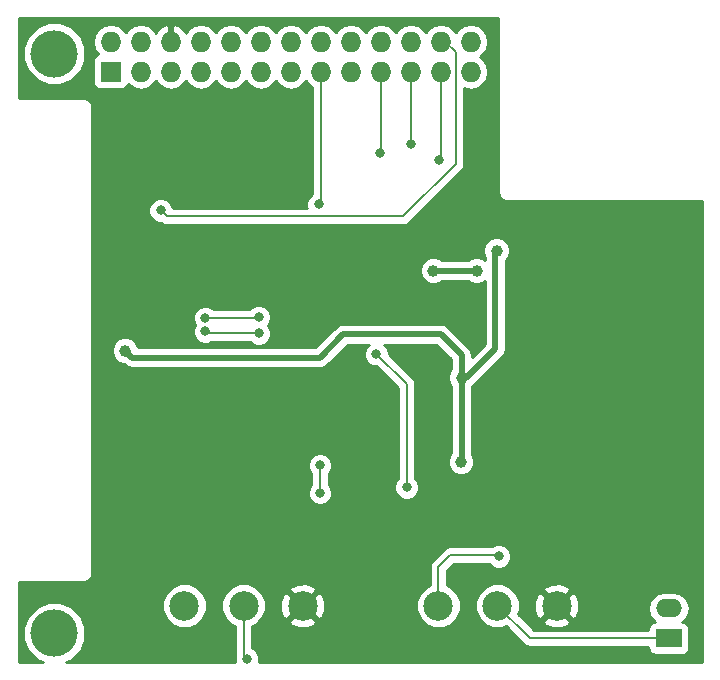
<source format=gbl>
G04 #@! TF.FileFunction,Copper,L2,Bot,Signal*
%FSLAX46Y46*%
G04 Gerber Fmt 4.6, Leading zero omitted, Abs format (unit mm)*
G04 Created by KiCad (PCBNEW 4.0.7) date 10/10/18 21:00:25*
%MOMM*%
%LPD*%
G01*
G04 APERTURE LIST*
%ADD10C,0.150000*%
%ADD11R,1.727200X1.727200*%
%ADD12O,1.727200X1.727200*%
%ADD13C,2.500000*%
%ADD14R,2.199640X1.524000*%
%ADD15O,2.199640X1.524000*%
%ADD16C,4.000000*%
%ADD17C,4.000500*%
%ADD18C,1.000000*%
%ADD19C,0.800000*%
%ADD20C,0.500000*%
%ADD21C,0.200000*%
%ADD22C,0.254000*%
G04 APERTURE END LIST*
D10*
D11*
X145755360Y-130279140D03*
D12*
X145755360Y-127739140D03*
X148295360Y-130279140D03*
X148295360Y-127739140D03*
X150835360Y-130279140D03*
X150835360Y-127739140D03*
X153375360Y-130279140D03*
X153375360Y-127739140D03*
X155915360Y-130279140D03*
X155915360Y-127739140D03*
X158455360Y-130279140D03*
X158455360Y-127739140D03*
X160995360Y-130279140D03*
X160995360Y-127739140D03*
X163535360Y-130279140D03*
X163535360Y-127739140D03*
X166075360Y-130279140D03*
X166075360Y-127739140D03*
X168615360Y-130279140D03*
X168615360Y-127739140D03*
X171155360Y-130279140D03*
X171155360Y-127739140D03*
X173695360Y-130279140D03*
X173695360Y-127739140D03*
X176235360Y-130279140D03*
X176235360Y-127739140D03*
D13*
X162000000Y-175500000D03*
X152000000Y-175500000D03*
X157000000Y-175500000D03*
X183500000Y-175500000D03*
X173500000Y-175500000D03*
X178500000Y-175500000D03*
D14*
X193000000Y-178270000D03*
D15*
X193000000Y-175730000D03*
D16*
X140975000Y-128750000D03*
D17*
X140975000Y-177850000D03*
D18*
X178425000Y-145450000D03*
X146964400Y-153898600D03*
X175463200Y-156184600D03*
X175412400Y-163322000D03*
X173050000Y-147125000D03*
X176750000Y-147125000D03*
D19*
X163347400Y-141528800D03*
X170815000Y-165481000D03*
X168249600Y-154203400D03*
X158292800Y-152450800D03*
X153771600Y-152273000D03*
X168579800Y-137160000D03*
X171145200Y-136448800D03*
X173558200Y-137744200D03*
X149987000Y-142036800D03*
X178612800Y-171323000D03*
X157276800Y-179984400D03*
X163474400Y-165963600D03*
X163474400Y-163601400D03*
X153746200Y-151130000D03*
X158292800Y-151053800D03*
D20*
X175463200Y-156184600D02*
X175865400Y-156184600D01*
X178325000Y-145550000D02*
X178425000Y-145450000D01*
X178325000Y-153725000D02*
X178325000Y-145550000D01*
X175865400Y-156184600D02*
X178325000Y-153725000D01*
X175463200Y-154279600D02*
X175463200Y-156184600D01*
X173685200Y-152501600D02*
X175463200Y-154279600D01*
X165455600Y-152501600D02*
X173685200Y-152501600D01*
X163449000Y-154508200D02*
X165455600Y-152501600D01*
X147574000Y-154508200D02*
X163449000Y-154508200D01*
X146964400Y-153898600D02*
X147574000Y-154508200D01*
X175463200Y-163271200D02*
X175463200Y-156184600D01*
X175412400Y-163322000D02*
X175463200Y-163271200D01*
X176750000Y-147125000D02*
X173050000Y-147125000D01*
D21*
X163535360Y-141340840D02*
X163535360Y-130279140D01*
X163347400Y-141528800D02*
X163535360Y-141340840D01*
X170815000Y-156768800D02*
X170815000Y-165481000D01*
X168249600Y-154203400D02*
X170815000Y-156768800D01*
X153949400Y-152450800D02*
X158292800Y-152450800D01*
X153771600Y-152273000D02*
X153949400Y-152450800D01*
X168579800Y-137160000D02*
X168615360Y-137124440D01*
X168615360Y-137124440D02*
X168615360Y-130279140D01*
X171155360Y-136438640D02*
X171155360Y-130279140D01*
X171145200Y-136448800D02*
X171155360Y-136438640D01*
X173558200Y-137744200D02*
X173695360Y-137607040D01*
X173695360Y-137607040D02*
X173695360Y-130279140D01*
X173695360Y-127739140D02*
X174094140Y-127739140D01*
X174094140Y-127739140D02*
X174955200Y-128600200D01*
X174955200Y-128600200D02*
X174955200Y-138074400D01*
X174955200Y-138074400D02*
X170484800Y-142544800D01*
X170484800Y-142544800D02*
X150495000Y-142544800D01*
X150495000Y-142544800D02*
X149987000Y-142036800D01*
X173500000Y-172194000D02*
X173500000Y-175500000D01*
X174498000Y-171196000D02*
X173500000Y-172194000D01*
X178485800Y-171196000D02*
X174498000Y-171196000D01*
X178612800Y-171323000D02*
X178485800Y-171196000D01*
X193000000Y-178270000D02*
X181270000Y-178270000D01*
X181270000Y-178270000D02*
X178500000Y-175500000D01*
X157276800Y-179984400D02*
X157000000Y-179707600D01*
X157000000Y-179707600D02*
X157000000Y-175500000D01*
X163474400Y-163601400D02*
X163474400Y-165963600D01*
X158216600Y-151130000D02*
X153746200Y-151130000D01*
X158292800Y-151053800D02*
X158216600Y-151130000D01*
D22*
G36*
X178540000Y-140500000D02*
X178594046Y-140771705D01*
X178747954Y-141002046D01*
X178978295Y-141155954D01*
X179250000Y-141210000D01*
X195790000Y-141210000D01*
X195790000Y-180290000D01*
X158270585Y-180290000D01*
X158311620Y-180191177D01*
X158311979Y-179779429D01*
X158154742Y-179398885D01*
X157863846Y-179107481D01*
X157735000Y-179053980D01*
X157735000Y-177235877D01*
X158066372Y-177098957D01*
X158332472Y-176833320D01*
X160846285Y-176833320D01*
X160975533Y-177126123D01*
X161675806Y-177394388D01*
X162425435Y-177374250D01*
X163024467Y-177126123D01*
X163153715Y-176833320D01*
X162000000Y-175679605D01*
X160846285Y-176833320D01*
X158332472Y-176833320D01*
X158597093Y-176569161D01*
X158884672Y-175876595D01*
X158885283Y-175175806D01*
X160105612Y-175175806D01*
X160125750Y-175925435D01*
X160373877Y-176524467D01*
X160666680Y-176653715D01*
X161820395Y-175500000D01*
X162179605Y-175500000D01*
X163333320Y-176653715D01*
X163626123Y-176524467D01*
X163875574Y-175873305D01*
X171614674Y-175873305D01*
X171901043Y-176566372D01*
X172430839Y-177097093D01*
X173123405Y-177384672D01*
X173873305Y-177385326D01*
X174566372Y-177098957D01*
X175097093Y-176569161D01*
X175384672Y-175876595D01*
X175384674Y-175873305D01*
X176614674Y-175873305D01*
X176901043Y-176566372D01*
X177430839Y-177097093D01*
X178123405Y-177384672D01*
X178873305Y-177385326D01*
X179207707Y-177247154D01*
X180750277Y-178789724D01*
X180988728Y-178949051D01*
X181270000Y-179005000D01*
X191252740Y-179005000D01*
X191252740Y-179032000D01*
X191297018Y-179267317D01*
X191436090Y-179483441D01*
X191648290Y-179628431D01*
X191900180Y-179679440D01*
X194099820Y-179679440D01*
X194335137Y-179635162D01*
X194551261Y-179496090D01*
X194696251Y-179283890D01*
X194747260Y-179032000D01*
X194747260Y-177508000D01*
X194702982Y-177272683D01*
X194563910Y-177056559D01*
X194351710Y-176911569D01*
X194135276Y-176867740D01*
X194359635Y-176717828D01*
X194662467Y-176264609D01*
X194768807Y-175730000D01*
X194662467Y-175195391D01*
X194359635Y-174742172D01*
X193906416Y-174439340D01*
X193371807Y-174333000D01*
X192628193Y-174333000D01*
X192093584Y-174439340D01*
X191640365Y-174742172D01*
X191337533Y-175195391D01*
X191231193Y-175730000D01*
X191337533Y-176264609D01*
X191640365Y-176717828D01*
X191864130Y-176867343D01*
X191664863Y-176904838D01*
X191448739Y-177043910D01*
X191303749Y-177256110D01*
X191252740Y-177508000D01*
X191252740Y-177535000D01*
X181574447Y-177535000D01*
X180872767Y-176833320D01*
X182346285Y-176833320D01*
X182475533Y-177126123D01*
X183175806Y-177394388D01*
X183925435Y-177374250D01*
X184524467Y-177126123D01*
X184653715Y-176833320D01*
X183500000Y-175679605D01*
X182346285Y-176833320D01*
X180872767Y-176833320D01*
X180247174Y-176207727D01*
X180384672Y-175876595D01*
X180385283Y-175175806D01*
X181605612Y-175175806D01*
X181625750Y-175925435D01*
X181873877Y-176524467D01*
X182166680Y-176653715D01*
X183320395Y-175500000D01*
X183679605Y-175500000D01*
X184833320Y-176653715D01*
X185126123Y-176524467D01*
X185394388Y-175824194D01*
X185374250Y-175074565D01*
X185126123Y-174475533D01*
X184833320Y-174346285D01*
X183679605Y-175500000D01*
X183320395Y-175500000D01*
X182166680Y-174346285D01*
X181873877Y-174475533D01*
X181605612Y-175175806D01*
X180385283Y-175175806D01*
X180385326Y-175126695D01*
X180098957Y-174433628D01*
X179832475Y-174166680D01*
X182346285Y-174166680D01*
X183500000Y-175320395D01*
X184653715Y-174166680D01*
X184524467Y-173873877D01*
X183824194Y-173605612D01*
X183074565Y-173625750D01*
X182475533Y-173873877D01*
X182346285Y-174166680D01*
X179832475Y-174166680D01*
X179569161Y-173902907D01*
X178876595Y-173615328D01*
X178126695Y-173614674D01*
X177433628Y-173901043D01*
X176902907Y-174430839D01*
X176615328Y-175123405D01*
X176614674Y-175873305D01*
X175384674Y-175873305D01*
X175385326Y-175126695D01*
X175098957Y-174433628D01*
X174569161Y-173902907D01*
X174235000Y-173764151D01*
X174235000Y-172498446D01*
X174802447Y-171931000D01*
X177757304Y-171931000D01*
X178025754Y-172199919D01*
X178406023Y-172357820D01*
X178817771Y-172358179D01*
X179198315Y-172200942D01*
X179489719Y-171910046D01*
X179647620Y-171529777D01*
X179647979Y-171118029D01*
X179490742Y-170737485D01*
X179199846Y-170446081D01*
X178819577Y-170288180D01*
X178407829Y-170287821D01*
X178027285Y-170445058D01*
X178011315Y-170461000D01*
X174498000Y-170461000D01*
X174216728Y-170516949D01*
X173978276Y-170676277D01*
X172980277Y-171674277D01*
X172820949Y-171912728D01*
X172765000Y-172194000D01*
X172765000Y-173764123D01*
X172433628Y-173901043D01*
X171902907Y-174430839D01*
X171615328Y-175123405D01*
X171614674Y-175873305D01*
X163875574Y-175873305D01*
X163894388Y-175824194D01*
X163874250Y-175074565D01*
X163626123Y-174475533D01*
X163333320Y-174346285D01*
X162179605Y-175500000D01*
X161820395Y-175500000D01*
X160666680Y-174346285D01*
X160373877Y-174475533D01*
X160105612Y-175175806D01*
X158885283Y-175175806D01*
X158885326Y-175126695D01*
X158598957Y-174433628D01*
X158332475Y-174166680D01*
X160846285Y-174166680D01*
X162000000Y-175320395D01*
X163153715Y-174166680D01*
X163024467Y-173873877D01*
X162324194Y-173605612D01*
X161574565Y-173625750D01*
X160975533Y-173873877D01*
X160846285Y-174166680D01*
X158332475Y-174166680D01*
X158069161Y-173902907D01*
X157376595Y-173615328D01*
X156626695Y-173614674D01*
X155933628Y-173901043D01*
X155402907Y-174430839D01*
X155115328Y-175123405D01*
X155114674Y-175873305D01*
X155401043Y-176566372D01*
X155930839Y-177097093D01*
X156265000Y-177235849D01*
X156265000Y-179707600D01*
X156266961Y-179717461D01*
X156241980Y-179777623D01*
X156241621Y-180189371D01*
X156283200Y-180290000D01*
X141970531Y-180290000D01*
X142465799Y-180085359D01*
X143207754Y-179344698D01*
X143609792Y-178376483D01*
X143610707Y-177328116D01*
X143210359Y-176359201D01*
X142725311Y-175873305D01*
X150114674Y-175873305D01*
X150401043Y-176566372D01*
X150930839Y-177097093D01*
X151623405Y-177384672D01*
X152373305Y-177385326D01*
X153066372Y-177098957D01*
X153597093Y-176569161D01*
X153884672Y-175876595D01*
X153885326Y-175126695D01*
X153598957Y-174433628D01*
X153069161Y-173902907D01*
X152376595Y-173615328D01*
X151626695Y-173614674D01*
X150933628Y-173901043D01*
X150402907Y-174430839D01*
X150115328Y-175123405D01*
X150114674Y-175873305D01*
X142725311Y-175873305D01*
X142469698Y-175617246D01*
X141501483Y-175215208D01*
X140453116Y-175214293D01*
X139484201Y-175614641D01*
X138742246Y-176355302D01*
X138340208Y-177323517D01*
X138339293Y-178371884D01*
X138739641Y-179340799D01*
X139480302Y-180082754D01*
X139979406Y-180290000D01*
X137960000Y-180290000D01*
X137960000Y-173460000D01*
X143500000Y-173460000D01*
X143771705Y-173405954D01*
X144002046Y-173252046D01*
X144155954Y-173021705D01*
X144210000Y-172750000D01*
X144210000Y-163806371D01*
X162439221Y-163806371D01*
X162596458Y-164186915D01*
X162739400Y-164330107D01*
X162739400Y-165234882D01*
X162597481Y-165376554D01*
X162439580Y-165756823D01*
X162439221Y-166168571D01*
X162596458Y-166549115D01*
X162887354Y-166840519D01*
X163267623Y-166998420D01*
X163679371Y-166998779D01*
X164059915Y-166841542D01*
X164351319Y-166550646D01*
X164509220Y-166170377D01*
X164509579Y-165758629D01*
X164352342Y-165378085D01*
X164209400Y-165234893D01*
X164209400Y-164330118D01*
X164351319Y-164188446D01*
X164509220Y-163808177D01*
X164509579Y-163396429D01*
X164352342Y-163015885D01*
X164061446Y-162724481D01*
X163681177Y-162566580D01*
X163269429Y-162566221D01*
X162888885Y-162723458D01*
X162597481Y-163014354D01*
X162439580Y-163394623D01*
X162439221Y-163806371D01*
X144210000Y-163806371D01*
X144210000Y-154123375D01*
X145829203Y-154123375D01*
X146001633Y-154540686D01*
X146320635Y-154860245D01*
X146737644Y-155033403D01*
X146847720Y-155033499D01*
X146948208Y-155133987D01*
X146948210Y-155133990D01*
X147140054Y-155262175D01*
X147235326Y-155325834D01*
X147574000Y-155393201D01*
X147574005Y-155393200D01*
X163448995Y-155393200D01*
X163449000Y-155393201D01*
X163731484Y-155337010D01*
X163787675Y-155325833D01*
X164074790Y-155133990D01*
X165822179Y-153386600D01*
X167602836Y-153386600D01*
X167372681Y-153616354D01*
X167214780Y-153996623D01*
X167214421Y-154408371D01*
X167371658Y-154788915D01*
X167662554Y-155080319D01*
X168042823Y-155238220D01*
X168245150Y-155238396D01*
X170080000Y-157073247D01*
X170080000Y-164752282D01*
X169938081Y-164893954D01*
X169780180Y-165274223D01*
X169779821Y-165685971D01*
X169937058Y-166066515D01*
X170227954Y-166357919D01*
X170608223Y-166515820D01*
X171019971Y-166516179D01*
X171400515Y-166358942D01*
X171691919Y-166068046D01*
X171849820Y-165687777D01*
X171850179Y-165276029D01*
X171692942Y-164895485D01*
X171550000Y-164752293D01*
X171550000Y-156768800D01*
X171494051Y-156487528D01*
X171494051Y-156487527D01*
X171334723Y-156249076D01*
X169284604Y-154198958D01*
X169284779Y-153998429D01*
X169127542Y-153617885D01*
X168896660Y-153386600D01*
X173318620Y-153386600D01*
X174578200Y-154646179D01*
X174578200Y-155464324D01*
X174501555Y-155540835D01*
X174328397Y-155957844D01*
X174328003Y-156409375D01*
X174500433Y-156826686D01*
X174578200Y-156904589D01*
X174578200Y-162551012D01*
X174450755Y-162678235D01*
X174277597Y-163095244D01*
X174277203Y-163546775D01*
X174449633Y-163964086D01*
X174768635Y-164283645D01*
X175185644Y-164456803D01*
X175637175Y-164457197D01*
X176054486Y-164284767D01*
X176374045Y-163965765D01*
X176547203Y-163548756D01*
X176547597Y-163097225D01*
X176375167Y-162679914D01*
X176348200Y-162652900D01*
X176348200Y-156905932D01*
X176491190Y-156810390D01*
X178950787Y-154350792D01*
X178950790Y-154350790D01*
X179142633Y-154063675D01*
X179155971Y-153996623D01*
X179210001Y-153725000D01*
X179210000Y-153724995D01*
X179210000Y-146270102D01*
X179386645Y-146093765D01*
X179559803Y-145676756D01*
X179560197Y-145225225D01*
X179387767Y-144807914D01*
X179068765Y-144488355D01*
X178651756Y-144315197D01*
X178200225Y-144314803D01*
X177782914Y-144487233D01*
X177463355Y-144806235D01*
X177290197Y-145223244D01*
X177289803Y-145674775D01*
X177440000Y-146038278D01*
X177440000Y-146209671D01*
X177393765Y-146163355D01*
X176976756Y-145990197D01*
X176525225Y-145989803D01*
X176107914Y-146162233D01*
X176030011Y-146240000D01*
X173770276Y-146240000D01*
X173693765Y-146163355D01*
X173276756Y-145990197D01*
X172825225Y-145989803D01*
X172407914Y-146162233D01*
X172088355Y-146481235D01*
X171915197Y-146898244D01*
X171914803Y-147349775D01*
X172087233Y-147767086D01*
X172406235Y-148086645D01*
X172823244Y-148259803D01*
X173274775Y-148260197D01*
X173692086Y-148087767D01*
X173769989Y-148010000D01*
X176029724Y-148010000D01*
X176106235Y-148086645D01*
X176523244Y-148259803D01*
X176974775Y-148260197D01*
X177392086Y-148087767D01*
X177440000Y-148039937D01*
X177440000Y-153358421D01*
X176348200Y-154450220D01*
X176348200Y-154279605D01*
X176348201Y-154279600D01*
X176280833Y-153940926D01*
X176280833Y-153940925D01*
X176088990Y-153653810D01*
X176088987Y-153653808D01*
X174310990Y-151875810D01*
X174292947Y-151863754D01*
X174023875Y-151683967D01*
X173967684Y-151672790D01*
X173685200Y-151616599D01*
X173685195Y-151616600D01*
X165455605Y-151616600D01*
X165455600Y-151616599D01*
X165173116Y-151672790D01*
X165116925Y-151683967D01*
X164829810Y-151875810D01*
X164829808Y-151875813D01*
X163082420Y-153623200D01*
X148078679Y-153623200D01*
X147927167Y-153256514D01*
X147608165Y-152936955D01*
X147191156Y-152763797D01*
X146739625Y-152763403D01*
X146322314Y-152935833D01*
X146002755Y-153254835D01*
X145829597Y-153671844D01*
X145829203Y-154123375D01*
X144210000Y-154123375D01*
X144210000Y-151334971D01*
X152711021Y-151334971D01*
X152868258Y-151715515D01*
X152878250Y-151725524D01*
X152736780Y-152066223D01*
X152736421Y-152477971D01*
X152893658Y-152858515D01*
X153184554Y-153149919D01*
X153564823Y-153307820D01*
X153976571Y-153308179D01*
X154272752Y-153185800D01*
X157564082Y-153185800D01*
X157705754Y-153327719D01*
X158086023Y-153485620D01*
X158497771Y-153485979D01*
X158878315Y-153328742D01*
X159169719Y-153037846D01*
X159327620Y-152657577D01*
X159327979Y-152245829D01*
X159170742Y-151865285D01*
X159058012Y-151752358D01*
X159169719Y-151640846D01*
X159327620Y-151260577D01*
X159327979Y-150848829D01*
X159170742Y-150468285D01*
X158879846Y-150176881D01*
X158499577Y-150018980D01*
X158087829Y-150018621D01*
X157707285Y-150175858D01*
X157487760Y-150395000D01*
X154474918Y-150395000D01*
X154333246Y-150253081D01*
X153952977Y-150095180D01*
X153541229Y-150094821D01*
X153160685Y-150252058D01*
X152869281Y-150542954D01*
X152711380Y-150923223D01*
X152711021Y-151334971D01*
X144210000Y-151334971D01*
X144210000Y-133250000D01*
X144155954Y-132978295D01*
X144002046Y-132747954D01*
X143771705Y-132594046D01*
X143500000Y-132540000D01*
X137960000Y-132540000D01*
X137960000Y-129271834D01*
X138339543Y-129271834D01*
X138739853Y-130240658D01*
X139480443Y-130982542D01*
X140448567Y-131384542D01*
X141496834Y-131385457D01*
X142465658Y-130985147D01*
X143207542Y-130244557D01*
X143551779Y-129415540D01*
X144244320Y-129415540D01*
X144244320Y-131142740D01*
X144288598Y-131378057D01*
X144427670Y-131594181D01*
X144639870Y-131739171D01*
X144891760Y-131790180D01*
X146618960Y-131790180D01*
X146854277Y-131745902D01*
X147070401Y-131606830D01*
X147215391Y-131394630D01*
X147224224Y-131351009D01*
X147235690Y-131368169D01*
X147721871Y-131693025D01*
X148295360Y-131807099D01*
X148868849Y-131693025D01*
X149355030Y-131368169D01*
X149565360Y-131053388D01*
X149775690Y-131368169D01*
X150261871Y-131693025D01*
X150835360Y-131807099D01*
X151408849Y-131693025D01*
X151895030Y-131368169D01*
X152105360Y-131053388D01*
X152315690Y-131368169D01*
X152801871Y-131693025D01*
X153375360Y-131807099D01*
X153948849Y-131693025D01*
X154435030Y-131368169D01*
X154645360Y-131053388D01*
X154855690Y-131368169D01*
X155341871Y-131693025D01*
X155915360Y-131807099D01*
X156488849Y-131693025D01*
X156975030Y-131368169D01*
X157185360Y-131053388D01*
X157395690Y-131368169D01*
X157881871Y-131693025D01*
X158455360Y-131807099D01*
X159028849Y-131693025D01*
X159515030Y-131368169D01*
X159725360Y-131053388D01*
X159935690Y-131368169D01*
X160421871Y-131693025D01*
X160995360Y-131807099D01*
X161568849Y-131693025D01*
X162055030Y-131368169D01*
X162265360Y-131053388D01*
X162475690Y-131368169D01*
X162800360Y-131585107D01*
X162800360Y-140634961D01*
X162761885Y-140650858D01*
X162470481Y-140941754D01*
X162312580Y-141322023D01*
X162312221Y-141733771D01*
X162343635Y-141809800D01*
X151013077Y-141809800D01*
X150864942Y-141451285D01*
X150574046Y-141159881D01*
X150193777Y-141001980D01*
X149782029Y-141001621D01*
X149401485Y-141158858D01*
X149110081Y-141449754D01*
X148952180Y-141830023D01*
X148951821Y-142241771D01*
X149109058Y-142622315D01*
X149399954Y-142913719D01*
X149780223Y-143071620D01*
X149986166Y-143071800D01*
X150213727Y-143223851D01*
X150260394Y-143233133D01*
X150495000Y-143279800D01*
X170484800Y-143279800D01*
X170766072Y-143223851D01*
X171004523Y-143064523D01*
X175474923Y-138594124D01*
X175634251Y-138355672D01*
X175639414Y-138329715D01*
X175690200Y-138074400D01*
X175690200Y-131698660D01*
X176235360Y-131807099D01*
X176808849Y-131693025D01*
X177295030Y-131368169D01*
X177619886Y-130881988D01*
X177733960Y-130308499D01*
X177733960Y-130249781D01*
X177619886Y-129676292D01*
X177295030Y-129190111D01*
X177024188Y-129009140D01*
X177295030Y-128828169D01*
X177619886Y-128341988D01*
X177733960Y-127768499D01*
X177733960Y-127709781D01*
X177619886Y-127136292D01*
X177295030Y-126650111D01*
X176808849Y-126325255D01*
X176235360Y-126211181D01*
X175661871Y-126325255D01*
X175175690Y-126650111D01*
X174965360Y-126964892D01*
X174755030Y-126650111D01*
X174268849Y-126325255D01*
X173695360Y-126211181D01*
X173121871Y-126325255D01*
X172635690Y-126650111D01*
X172425360Y-126964892D01*
X172215030Y-126650111D01*
X171728849Y-126325255D01*
X171155360Y-126211181D01*
X170581871Y-126325255D01*
X170095690Y-126650111D01*
X169885360Y-126964892D01*
X169675030Y-126650111D01*
X169188849Y-126325255D01*
X168615360Y-126211181D01*
X168041871Y-126325255D01*
X167555690Y-126650111D01*
X167345360Y-126964892D01*
X167135030Y-126650111D01*
X166648849Y-126325255D01*
X166075360Y-126211181D01*
X165501871Y-126325255D01*
X165015690Y-126650111D01*
X164805360Y-126964892D01*
X164595030Y-126650111D01*
X164108849Y-126325255D01*
X163535360Y-126211181D01*
X162961871Y-126325255D01*
X162475690Y-126650111D01*
X162265360Y-126964892D01*
X162055030Y-126650111D01*
X161568849Y-126325255D01*
X160995360Y-126211181D01*
X160421871Y-126325255D01*
X159935690Y-126650111D01*
X159725360Y-126964892D01*
X159515030Y-126650111D01*
X159028849Y-126325255D01*
X158455360Y-126211181D01*
X157881871Y-126325255D01*
X157395690Y-126650111D01*
X157185360Y-126964892D01*
X156975030Y-126650111D01*
X156488849Y-126325255D01*
X155915360Y-126211181D01*
X155341871Y-126325255D01*
X154855690Y-126650111D01*
X154645360Y-126964892D01*
X154435030Y-126650111D01*
X153948849Y-126325255D01*
X153375360Y-126211181D01*
X152801871Y-126325255D01*
X152315690Y-126650111D01*
X152099696Y-126973368D01*
X152042181Y-126850650D01*
X151610307Y-126456452D01*
X151194386Y-126284182D01*
X150962360Y-126405323D01*
X150962360Y-127612140D01*
X150982360Y-127612140D01*
X150982360Y-127866140D01*
X150962360Y-127866140D01*
X150962360Y-127886140D01*
X150708360Y-127886140D01*
X150708360Y-127866140D01*
X150688360Y-127866140D01*
X150688360Y-127612140D01*
X150708360Y-127612140D01*
X150708360Y-126405323D01*
X150476334Y-126284182D01*
X150060413Y-126456452D01*
X149628539Y-126850650D01*
X149571024Y-126973368D01*
X149355030Y-126650111D01*
X148868849Y-126325255D01*
X148295360Y-126211181D01*
X147721871Y-126325255D01*
X147235690Y-126650111D01*
X147025360Y-126964892D01*
X146815030Y-126650111D01*
X146328849Y-126325255D01*
X145755360Y-126211181D01*
X145181871Y-126325255D01*
X144695690Y-126650111D01*
X144370834Y-127136292D01*
X144256760Y-127709781D01*
X144256760Y-127768499D01*
X144370834Y-128341988D01*
X144681934Y-128807582D01*
X144656443Y-128812378D01*
X144440319Y-128951450D01*
X144295329Y-129163650D01*
X144244320Y-129415540D01*
X143551779Y-129415540D01*
X143609542Y-129276433D01*
X143610457Y-128228166D01*
X143210147Y-127259342D01*
X142469557Y-126517458D01*
X141501433Y-126115458D01*
X140453166Y-126114543D01*
X139484342Y-126514853D01*
X138742458Y-127255443D01*
X138340458Y-128223567D01*
X138339543Y-129271834D01*
X137960000Y-129271834D01*
X137960000Y-125710000D01*
X178540000Y-125710000D01*
X178540000Y-140500000D01*
X178540000Y-140500000D01*
G37*
X178540000Y-140500000D02*
X178594046Y-140771705D01*
X178747954Y-141002046D01*
X178978295Y-141155954D01*
X179250000Y-141210000D01*
X195790000Y-141210000D01*
X195790000Y-180290000D01*
X158270585Y-180290000D01*
X158311620Y-180191177D01*
X158311979Y-179779429D01*
X158154742Y-179398885D01*
X157863846Y-179107481D01*
X157735000Y-179053980D01*
X157735000Y-177235877D01*
X158066372Y-177098957D01*
X158332472Y-176833320D01*
X160846285Y-176833320D01*
X160975533Y-177126123D01*
X161675806Y-177394388D01*
X162425435Y-177374250D01*
X163024467Y-177126123D01*
X163153715Y-176833320D01*
X162000000Y-175679605D01*
X160846285Y-176833320D01*
X158332472Y-176833320D01*
X158597093Y-176569161D01*
X158884672Y-175876595D01*
X158885283Y-175175806D01*
X160105612Y-175175806D01*
X160125750Y-175925435D01*
X160373877Y-176524467D01*
X160666680Y-176653715D01*
X161820395Y-175500000D01*
X162179605Y-175500000D01*
X163333320Y-176653715D01*
X163626123Y-176524467D01*
X163875574Y-175873305D01*
X171614674Y-175873305D01*
X171901043Y-176566372D01*
X172430839Y-177097093D01*
X173123405Y-177384672D01*
X173873305Y-177385326D01*
X174566372Y-177098957D01*
X175097093Y-176569161D01*
X175384672Y-175876595D01*
X175384674Y-175873305D01*
X176614674Y-175873305D01*
X176901043Y-176566372D01*
X177430839Y-177097093D01*
X178123405Y-177384672D01*
X178873305Y-177385326D01*
X179207707Y-177247154D01*
X180750277Y-178789724D01*
X180988728Y-178949051D01*
X181270000Y-179005000D01*
X191252740Y-179005000D01*
X191252740Y-179032000D01*
X191297018Y-179267317D01*
X191436090Y-179483441D01*
X191648290Y-179628431D01*
X191900180Y-179679440D01*
X194099820Y-179679440D01*
X194335137Y-179635162D01*
X194551261Y-179496090D01*
X194696251Y-179283890D01*
X194747260Y-179032000D01*
X194747260Y-177508000D01*
X194702982Y-177272683D01*
X194563910Y-177056559D01*
X194351710Y-176911569D01*
X194135276Y-176867740D01*
X194359635Y-176717828D01*
X194662467Y-176264609D01*
X194768807Y-175730000D01*
X194662467Y-175195391D01*
X194359635Y-174742172D01*
X193906416Y-174439340D01*
X193371807Y-174333000D01*
X192628193Y-174333000D01*
X192093584Y-174439340D01*
X191640365Y-174742172D01*
X191337533Y-175195391D01*
X191231193Y-175730000D01*
X191337533Y-176264609D01*
X191640365Y-176717828D01*
X191864130Y-176867343D01*
X191664863Y-176904838D01*
X191448739Y-177043910D01*
X191303749Y-177256110D01*
X191252740Y-177508000D01*
X191252740Y-177535000D01*
X181574447Y-177535000D01*
X180872767Y-176833320D01*
X182346285Y-176833320D01*
X182475533Y-177126123D01*
X183175806Y-177394388D01*
X183925435Y-177374250D01*
X184524467Y-177126123D01*
X184653715Y-176833320D01*
X183500000Y-175679605D01*
X182346285Y-176833320D01*
X180872767Y-176833320D01*
X180247174Y-176207727D01*
X180384672Y-175876595D01*
X180385283Y-175175806D01*
X181605612Y-175175806D01*
X181625750Y-175925435D01*
X181873877Y-176524467D01*
X182166680Y-176653715D01*
X183320395Y-175500000D01*
X183679605Y-175500000D01*
X184833320Y-176653715D01*
X185126123Y-176524467D01*
X185394388Y-175824194D01*
X185374250Y-175074565D01*
X185126123Y-174475533D01*
X184833320Y-174346285D01*
X183679605Y-175500000D01*
X183320395Y-175500000D01*
X182166680Y-174346285D01*
X181873877Y-174475533D01*
X181605612Y-175175806D01*
X180385283Y-175175806D01*
X180385326Y-175126695D01*
X180098957Y-174433628D01*
X179832475Y-174166680D01*
X182346285Y-174166680D01*
X183500000Y-175320395D01*
X184653715Y-174166680D01*
X184524467Y-173873877D01*
X183824194Y-173605612D01*
X183074565Y-173625750D01*
X182475533Y-173873877D01*
X182346285Y-174166680D01*
X179832475Y-174166680D01*
X179569161Y-173902907D01*
X178876595Y-173615328D01*
X178126695Y-173614674D01*
X177433628Y-173901043D01*
X176902907Y-174430839D01*
X176615328Y-175123405D01*
X176614674Y-175873305D01*
X175384674Y-175873305D01*
X175385326Y-175126695D01*
X175098957Y-174433628D01*
X174569161Y-173902907D01*
X174235000Y-173764151D01*
X174235000Y-172498446D01*
X174802447Y-171931000D01*
X177757304Y-171931000D01*
X178025754Y-172199919D01*
X178406023Y-172357820D01*
X178817771Y-172358179D01*
X179198315Y-172200942D01*
X179489719Y-171910046D01*
X179647620Y-171529777D01*
X179647979Y-171118029D01*
X179490742Y-170737485D01*
X179199846Y-170446081D01*
X178819577Y-170288180D01*
X178407829Y-170287821D01*
X178027285Y-170445058D01*
X178011315Y-170461000D01*
X174498000Y-170461000D01*
X174216728Y-170516949D01*
X173978276Y-170676277D01*
X172980277Y-171674277D01*
X172820949Y-171912728D01*
X172765000Y-172194000D01*
X172765000Y-173764123D01*
X172433628Y-173901043D01*
X171902907Y-174430839D01*
X171615328Y-175123405D01*
X171614674Y-175873305D01*
X163875574Y-175873305D01*
X163894388Y-175824194D01*
X163874250Y-175074565D01*
X163626123Y-174475533D01*
X163333320Y-174346285D01*
X162179605Y-175500000D01*
X161820395Y-175500000D01*
X160666680Y-174346285D01*
X160373877Y-174475533D01*
X160105612Y-175175806D01*
X158885283Y-175175806D01*
X158885326Y-175126695D01*
X158598957Y-174433628D01*
X158332475Y-174166680D01*
X160846285Y-174166680D01*
X162000000Y-175320395D01*
X163153715Y-174166680D01*
X163024467Y-173873877D01*
X162324194Y-173605612D01*
X161574565Y-173625750D01*
X160975533Y-173873877D01*
X160846285Y-174166680D01*
X158332475Y-174166680D01*
X158069161Y-173902907D01*
X157376595Y-173615328D01*
X156626695Y-173614674D01*
X155933628Y-173901043D01*
X155402907Y-174430839D01*
X155115328Y-175123405D01*
X155114674Y-175873305D01*
X155401043Y-176566372D01*
X155930839Y-177097093D01*
X156265000Y-177235849D01*
X156265000Y-179707600D01*
X156266961Y-179717461D01*
X156241980Y-179777623D01*
X156241621Y-180189371D01*
X156283200Y-180290000D01*
X141970531Y-180290000D01*
X142465799Y-180085359D01*
X143207754Y-179344698D01*
X143609792Y-178376483D01*
X143610707Y-177328116D01*
X143210359Y-176359201D01*
X142725311Y-175873305D01*
X150114674Y-175873305D01*
X150401043Y-176566372D01*
X150930839Y-177097093D01*
X151623405Y-177384672D01*
X152373305Y-177385326D01*
X153066372Y-177098957D01*
X153597093Y-176569161D01*
X153884672Y-175876595D01*
X153885326Y-175126695D01*
X153598957Y-174433628D01*
X153069161Y-173902907D01*
X152376595Y-173615328D01*
X151626695Y-173614674D01*
X150933628Y-173901043D01*
X150402907Y-174430839D01*
X150115328Y-175123405D01*
X150114674Y-175873305D01*
X142725311Y-175873305D01*
X142469698Y-175617246D01*
X141501483Y-175215208D01*
X140453116Y-175214293D01*
X139484201Y-175614641D01*
X138742246Y-176355302D01*
X138340208Y-177323517D01*
X138339293Y-178371884D01*
X138739641Y-179340799D01*
X139480302Y-180082754D01*
X139979406Y-180290000D01*
X137960000Y-180290000D01*
X137960000Y-173460000D01*
X143500000Y-173460000D01*
X143771705Y-173405954D01*
X144002046Y-173252046D01*
X144155954Y-173021705D01*
X144210000Y-172750000D01*
X144210000Y-163806371D01*
X162439221Y-163806371D01*
X162596458Y-164186915D01*
X162739400Y-164330107D01*
X162739400Y-165234882D01*
X162597481Y-165376554D01*
X162439580Y-165756823D01*
X162439221Y-166168571D01*
X162596458Y-166549115D01*
X162887354Y-166840519D01*
X163267623Y-166998420D01*
X163679371Y-166998779D01*
X164059915Y-166841542D01*
X164351319Y-166550646D01*
X164509220Y-166170377D01*
X164509579Y-165758629D01*
X164352342Y-165378085D01*
X164209400Y-165234893D01*
X164209400Y-164330118D01*
X164351319Y-164188446D01*
X164509220Y-163808177D01*
X164509579Y-163396429D01*
X164352342Y-163015885D01*
X164061446Y-162724481D01*
X163681177Y-162566580D01*
X163269429Y-162566221D01*
X162888885Y-162723458D01*
X162597481Y-163014354D01*
X162439580Y-163394623D01*
X162439221Y-163806371D01*
X144210000Y-163806371D01*
X144210000Y-154123375D01*
X145829203Y-154123375D01*
X146001633Y-154540686D01*
X146320635Y-154860245D01*
X146737644Y-155033403D01*
X146847720Y-155033499D01*
X146948208Y-155133987D01*
X146948210Y-155133990D01*
X147140054Y-155262175D01*
X147235326Y-155325834D01*
X147574000Y-155393201D01*
X147574005Y-155393200D01*
X163448995Y-155393200D01*
X163449000Y-155393201D01*
X163731484Y-155337010D01*
X163787675Y-155325833D01*
X164074790Y-155133990D01*
X165822179Y-153386600D01*
X167602836Y-153386600D01*
X167372681Y-153616354D01*
X167214780Y-153996623D01*
X167214421Y-154408371D01*
X167371658Y-154788915D01*
X167662554Y-155080319D01*
X168042823Y-155238220D01*
X168245150Y-155238396D01*
X170080000Y-157073247D01*
X170080000Y-164752282D01*
X169938081Y-164893954D01*
X169780180Y-165274223D01*
X169779821Y-165685971D01*
X169937058Y-166066515D01*
X170227954Y-166357919D01*
X170608223Y-166515820D01*
X171019971Y-166516179D01*
X171400515Y-166358942D01*
X171691919Y-166068046D01*
X171849820Y-165687777D01*
X171850179Y-165276029D01*
X171692942Y-164895485D01*
X171550000Y-164752293D01*
X171550000Y-156768800D01*
X171494051Y-156487528D01*
X171494051Y-156487527D01*
X171334723Y-156249076D01*
X169284604Y-154198958D01*
X169284779Y-153998429D01*
X169127542Y-153617885D01*
X168896660Y-153386600D01*
X173318620Y-153386600D01*
X174578200Y-154646179D01*
X174578200Y-155464324D01*
X174501555Y-155540835D01*
X174328397Y-155957844D01*
X174328003Y-156409375D01*
X174500433Y-156826686D01*
X174578200Y-156904589D01*
X174578200Y-162551012D01*
X174450755Y-162678235D01*
X174277597Y-163095244D01*
X174277203Y-163546775D01*
X174449633Y-163964086D01*
X174768635Y-164283645D01*
X175185644Y-164456803D01*
X175637175Y-164457197D01*
X176054486Y-164284767D01*
X176374045Y-163965765D01*
X176547203Y-163548756D01*
X176547597Y-163097225D01*
X176375167Y-162679914D01*
X176348200Y-162652900D01*
X176348200Y-156905932D01*
X176491190Y-156810390D01*
X178950787Y-154350792D01*
X178950790Y-154350790D01*
X179142633Y-154063675D01*
X179155971Y-153996623D01*
X179210001Y-153725000D01*
X179210000Y-153724995D01*
X179210000Y-146270102D01*
X179386645Y-146093765D01*
X179559803Y-145676756D01*
X179560197Y-145225225D01*
X179387767Y-144807914D01*
X179068765Y-144488355D01*
X178651756Y-144315197D01*
X178200225Y-144314803D01*
X177782914Y-144487233D01*
X177463355Y-144806235D01*
X177290197Y-145223244D01*
X177289803Y-145674775D01*
X177440000Y-146038278D01*
X177440000Y-146209671D01*
X177393765Y-146163355D01*
X176976756Y-145990197D01*
X176525225Y-145989803D01*
X176107914Y-146162233D01*
X176030011Y-146240000D01*
X173770276Y-146240000D01*
X173693765Y-146163355D01*
X173276756Y-145990197D01*
X172825225Y-145989803D01*
X172407914Y-146162233D01*
X172088355Y-146481235D01*
X171915197Y-146898244D01*
X171914803Y-147349775D01*
X172087233Y-147767086D01*
X172406235Y-148086645D01*
X172823244Y-148259803D01*
X173274775Y-148260197D01*
X173692086Y-148087767D01*
X173769989Y-148010000D01*
X176029724Y-148010000D01*
X176106235Y-148086645D01*
X176523244Y-148259803D01*
X176974775Y-148260197D01*
X177392086Y-148087767D01*
X177440000Y-148039937D01*
X177440000Y-153358421D01*
X176348200Y-154450220D01*
X176348200Y-154279605D01*
X176348201Y-154279600D01*
X176280833Y-153940926D01*
X176280833Y-153940925D01*
X176088990Y-153653810D01*
X176088987Y-153653808D01*
X174310990Y-151875810D01*
X174292947Y-151863754D01*
X174023875Y-151683967D01*
X173967684Y-151672790D01*
X173685200Y-151616599D01*
X173685195Y-151616600D01*
X165455605Y-151616600D01*
X165455600Y-151616599D01*
X165173116Y-151672790D01*
X165116925Y-151683967D01*
X164829810Y-151875810D01*
X164829808Y-151875813D01*
X163082420Y-153623200D01*
X148078679Y-153623200D01*
X147927167Y-153256514D01*
X147608165Y-152936955D01*
X147191156Y-152763797D01*
X146739625Y-152763403D01*
X146322314Y-152935833D01*
X146002755Y-153254835D01*
X145829597Y-153671844D01*
X145829203Y-154123375D01*
X144210000Y-154123375D01*
X144210000Y-151334971D01*
X152711021Y-151334971D01*
X152868258Y-151715515D01*
X152878250Y-151725524D01*
X152736780Y-152066223D01*
X152736421Y-152477971D01*
X152893658Y-152858515D01*
X153184554Y-153149919D01*
X153564823Y-153307820D01*
X153976571Y-153308179D01*
X154272752Y-153185800D01*
X157564082Y-153185800D01*
X157705754Y-153327719D01*
X158086023Y-153485620D01*
X158497771Y-153485979D01*
X158878315Y-153328742D01*
X159169719Y-153037846D01*
X159327620Y-152657577D01*
X159327979Y-152245829D01*
X159170742Y-151865285D01*
X159058012Y-151752358D01*
X159169719Y-151640846D01*
X159327620Y-151260577D01*
X159327979Y-150848829D01*
X159170742Y-150468285D01*
X158879846Y-150176881D01*
X158499577Y-150018980D01*
X158087829Y-150018621D01*
X157707285Y-150175858D01*
X157487760Y-150395000D01*
X154474918Y-150395000D01*
X154333246Y-150253081D01*
X153952977Y-150095180D01*
X153541229Y-150094821D01*
X153160685Y-150252058D01*
X152869281Y-150542954D01*
X152711380Y-150923223D01*
X152711021Y-151334971D01*
X144210000Y-151334971D01*
X144210000Y-133250000D01*
X144155954Y-132978295D01*
X144002046Y-132747954D01*
X143771705Y-132594046D01*
X143500000Y-132540000D01*
X137960000Y-132540000D01*
X137960000Y-129271834D01*
X138339543Y-129271834D01*
X138739853Y-130240658D01*
X139480443Y-130982542D01*
X140448567Y-131384542D01*
X141496834Y-131385457D01*
X142465658Y-130985147D01*
X143207542Y-130244557D01*
X143551779Y-129415540D01*
X144244320Y-129415540D01*
X144244320Y-131142740D01*
X144288598Y-131378057D01*
X144427670Y-131594181D01*
X144639870Y-131739171D01*
X144891760Y-131790180D01*
X146618960Y-131790180D01*
X146854277Y-131745902D01*
X147070401Y-131606830D01*
X147215391Y-131394630D01*
X147224224Y-131351009D01*
X147235690Y-131368169D01*
X147721871Y-131693025D01*
X148295360Y-131807099D01*
X148868849Y-131693025D01*
X149355030Y-131368169D01*
X149565360Y-131053388D01*
X149775690Y-131368169D01*
X150261871Y-131693025D01*
X150835360Y-131807099D01*
X151408849Y-131693025D01*
X151895030Y-131368169D01*
X152105360Y-131053388D01*
X152315690Y-131368169D01*
X152801871Y-131693025D01*
X153375360Y-131807099D01*
X153948849Y-131693025D01*
X154435030Y-131368169D01*
X154645360Y-131053388D01*
X154855690Y-131368169D01*
X155341871Y-131693025D01*
X155915360Y-131807099D01*
X156488849Y-131693025D01*
X156975030Y-131368169D01*
X157185360Y-131053388D01*
X157395690Y-131368169D01*
X157881871Y-131693025D01*
X158455360Y-131807099D01*
X159028849Y-131693025D01*
X159515030Y-131368169D01*
X159725360Y-131053388D01*
X159935690Y-131368169D01*
X160421871Y-131693025D01*
X160995360Y-131807099D01*
X161568849Y-131693025D01*
X162055030Y-131368169D01*
X162265360Y-131053388D01*
X162475690Y-131368169D01*
X162800360Y-131585107D01*
X162800360Y-140634961D01*
X162761885Y-140650858D01*
X162470481Y-140941754D01*
X162312580Y-141322023D01*
X162312221Y-141733771D01*
X162343635Y-141809800D01*
X151013077Y-141809800D01*
X150864942Y-141451285D01*
X150574046Y-141159881D01*
X150193777Y-141001980D01*
X149782029Y-141001621D01*
X149401485Y-141158858D01*
X149110081Y-141449754D01*
X148952180Y-141830023D01*
X148951821Y-142241771D01*
X149109058Y-142622315D01*
X149399954Y-142913719D01*
X149780223Y-143071620D01*
X149986166Y-143071800D01*
X150213727Y-143223851D01*
X150260394Y-143233133D01*
X150495000Y-143279800D01*
X170484800Y-143279800D01*
X170766072Y-143223851D01*
X171004523Y-143064523D01*
X175474923Y-138594124D01*
X175634251Y-138355672D01*
X175639414Y-138329715D01*
X175690200Y-138074400D01*
X175690200Y-131698660D01*
X176235360Y-131807099D01*
X176808849Y-131693025D01*
X177295030Y-131368169D01*
X177619886Y-130881988D01*
X177733960Y-130308499D01*
X177733960Y-130249781D01*
X177619886Y-129676292D01*
X177295030Y-129190111D01*
X177024188Y-129009140D01*
X177295030Y-128828169D01*
X177619886Y-128341988D01*
X177733960Y-127768499D01*
X177733960Y-127709781D01*
X177619886Y-127136292D01*
X177295030Y-126650111D01*
X176808849Y-126325255D01*
X176235360Y-126211181D01*
X175661871Y-126325255D01*
X175175690Y-126650111D01*
X174965360Y-126964892D01*
X174755030Y-126650111D01*
X174268849Y-126325255D01*
X173695360Y-126211181D01*
X173121871Y-126325255D01*
X172635690Y-126650111D01*
X172425360Y-126964892D01*
X172215030Y-126650111D01*
X171728849Y-126325255D01*
X171155360Y-126211181D01*
X170581871Y-126325255D01*
X170095690Y-126650111D01*
X169885360Y-126964892D01*
X169675030Y-126650111D01*
X169188849Y-126325255D01*
X168615360Y-126211181D01*
X168041871Y-126325255D01*
X167555690Y-126650111D01*
X167345360Y-126964892D01*
X167135030Y-126650111D01*
X166648849Y-126325255D01*
X166075360Y-126211181D01*
X165501871Y-126325255D01*
X165015690Y-126650111D01*
X164805360Y-126964892D01*
X164595030Y-126650111D01*
X164108849Y-126325255D01*
X163535360Y-126211181D01*
X162961871Y-126325255D01*
X162475690Y-126650111D01*
X162265360Y-126964892D01*
X162055030Y-126650111D01*
X161568849Y-126325255D01*
X160995360Y-126211181D01*
X160421871Y-126325255D01*
X159935690Y-126650111D01*
X159725360Y-126964892D01*
X159515030Y-126650111D01*
X159028849Y-126325255D01*
X158455360Y-126211181D01*
X157881871Y-126325255D01*
X157395690Y-126650111D01*
X157185360Y-126964892D01*
X156975030Y-126650111D01*
X156488849Y-126325255D01*
X155915360Y-126211181D01*
X155341871Y-126325255D01*
X154855690Y-126650111D01*
X154645360Y-126964892D01*
X154435030Y-126650111D01*
X153948849Y-126325255D01*
X153375360Y-126211181D01*
X152801871Y-126325255D01*
X152315690Y-126650111D01*
X152099696Y-126973368D01*
X152042181Y-126850650D01*
X151610307Y-126456452D01*
X151194386Y-126284182D01*
X150962360Y-126405323D01*
X150962360Y-127612140D01*
X150982360Y-127612140D01*
X150982360Y-127866140D01*
X150962360Y-127866140D01*
X150962360Y-127886140D01*
X150708360Y-127886140D01*
X150708360Y-127866140D01*
X150688360Y-127866140D01*
X150688360Y-127612140D01*
X150708360Y-127612140D01*
X150708360Y-126405323D01*
X150476334Y-126284182D01*
X150060413Y-126456452D01*
X149628539Y-126850650D01*
X149571024Y-126973368D01*
X149355030Y-126650111D01*
X148868849Y-126325255D01*
X148295360Y-126211181D01*
X147721871Y-126325255D01*
X147235690Y-126650111D01*
X147025360Y-126964892D01*
X146815030Y-126650111D01*
X146328849Y-126325255D01*
X145755360Y-126211181D01*
X145181871Y-126325255D01*
X144695690Y-126650111D01*
X144370834Y-127136292D01*
X144256760Y-127709781D01*
X144256760Y-127768499D01*
X144370834Y-128341988D01*
X144681934Y-128807582D01*
X144656443Y-128812378D01*
X144440319Y-128951450D01*
X144295329Y-129163650D01*
X144244320Y-129415540D01*
X143551779Y-129415540D01*
X143609542Y-129276433D01*
X143610457Y-128228166D01*
X143210147Y-127259342D01*
X142469557Y-126517458D01*
X141501433Y-126115458D01*
X140453166Y-126114543D01*
X139484342Y-126514853D01*
X138742458Y-127255443D01*
X138340458Y-128223567D01*
X138339543Y-129271834D01*
X137960000Y-129271834D01*
X137960000Y-125710000D01*
X178540000Y-125710000D01*
X178540000Y-140500000D01*
M02*

</source>
